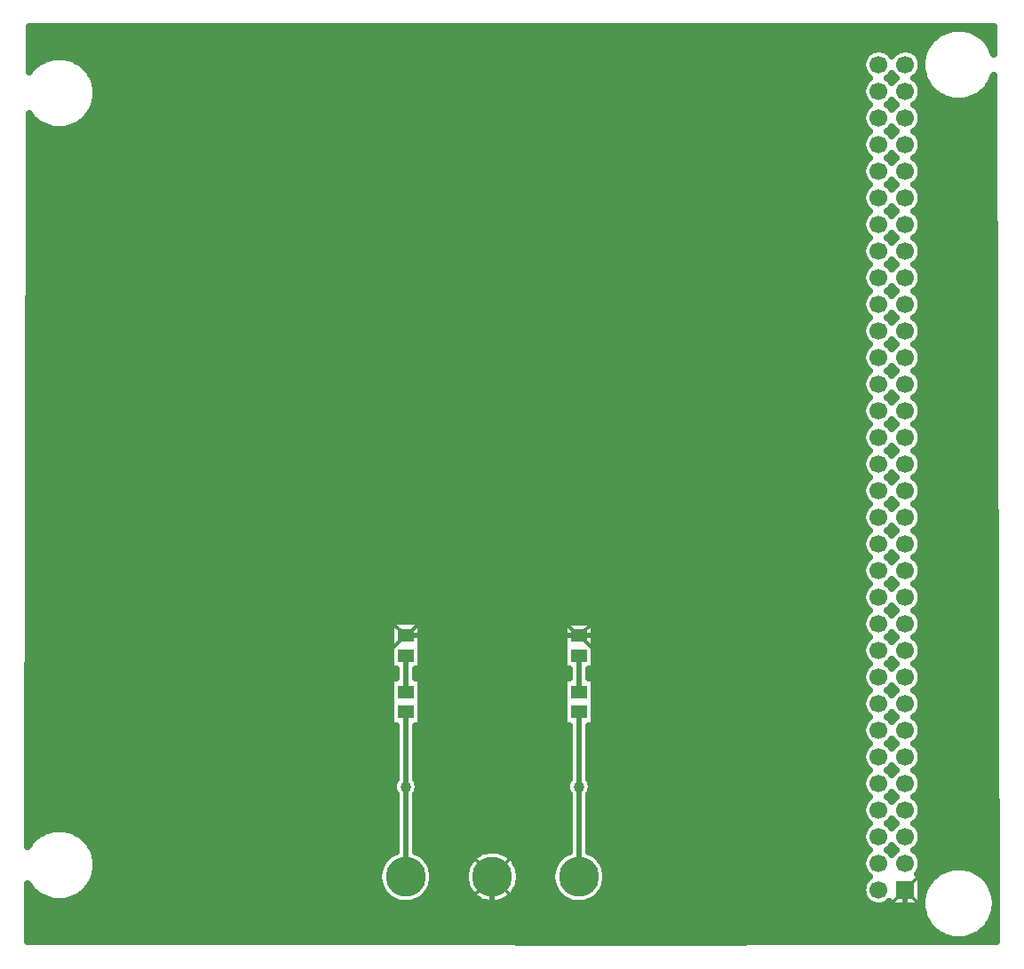
<source format=gbr>
G04 DipTrace 3.3.1.3*
G04 Top.gbr*
%MOIN*%
G04 #@! TF.FileFunction,Copper,L1,Top*
G04 #@! TF.Part,Single*
G04 #@! TA.AperFunction,Conductor*
%ADD12C,0.02*%
G04 #@! TA.AperFunction,CopperBalancing*
%ADD13C,0.025*%
%ADD14C,0.013*%
%ADD15R,0.059055X0.051181*%
G04 #@! TA.AperFunction,ComponentPad*
%ADD16C,0.15*%
%ADD17R,0.066929X0.066929*%
%ADD18C,0.066929*%
G04 #@! TA.AperFunction,ViaPad*
%ADD19C,0.04*%
%FSLAX26Y26*%
G04*
G70*
G90*
G75*
G01*
G04 Top*
%LPD*%
X1895213Y1601258D2*
D12*
X2545016D1*
X2545213Y1601062D1*
X2689160D1*
X3057713Y1232508D1*
Y626259D1*
X3201464Y482508D1*
X3682713D1*
X3770213Y570008D1*
Y645008D1*
X2220213Y695008D2*
Y532508D1*
X2307713Y445008D1*
X3173279D1*
X3206121Y477851D1*
X3201464Y482508D1*
X1895213Y695008D2*
Y1313955D1*
Y1032705D1*
X2545213Y1313955D2*
Y695008D1*
Y1313955D2*
Y1032705D1*
Y1388758D2*
Y1526258D1*
X1895213Y1388758D2*
Y1526455D1*
D19*
Y1032705D3*
X2545213D3*
X485152Y3863888D2*
D13*
X3898372D1*
X4042065D2*
X4099109D1*
X485117Y3839019D2*
X3867189D1*
X4073248D2*
X4099180D1*
X485045Y3814150D2*
X3848709D1*
X4091729D2*
X4099260D1*
X485009Y3789281D2*
X3627267D1*
X3713150D2*
X3727277D1*
X3813160D2*
X3837405D1*
X484973Y3764413D2*
X536562D1*
X653880D2*
X3610976D1*
X484937Y3739544D2*
X498992D1*
X691451D2*
X3607998D1*
X712515Y3714675D2*
X3616000D1*
X3824427D2*
X3833453D1*
X725541Y3689806D2*
X3627842D1*
X3712576D2*
X3727851D1*
X3812585D2*
X3841640D1*
X732825Y3664938D2*
X3611155D1*
X3829272D2*
X3855778D1*
X4084659D2*
X4099826D1*
X735337Y3640069D2*
X3607962D1*
X3832465D2*
X3878672D1*
X4061765D2*
X4099898D1*
X733328Y3615200D2*
X3615677D1*
X3824750D2*
X3921984D1*
X4018453D2*
X4100006D1*
X726545Y3590331D2*
X3628452D1*
X3711966D2*
X3728461D1*
X3811975D2*
X4100077D1*
X714201Y3565462D2*
X3611335D1*
X3829092D2*
X4100185D1*
X484578Y3540594D2*
X496229D1*
X694178D2*
X3607926D1*
X3832501D2*
X4100257D1*
X484507Y3515725D2*
X531036D1*
X659406D2*
X3615390D1*
X3825037D2*
X4100365D1*
X484471Y3490856D2*
X3629062D1*
X3711356D2*
X3729071D1*
X3811365D2*
X4100436D1*
X484435Y3465987D2*
X3611550D1*
X3828877D2*
X4100544D1*
X484399Y3441119D2*
X3607890D1*
X3832537D2*
X4100616D1*
X484327Y3416250D2*
X3615103D1*
X3825324D2*
X4100723D1*
X484291Y3391381D2*
X3629708D1*
X3710746D2*
X3729681D1*
X3810719D2*
X4100795D1*
X484255Y3366512D2*
X3611730D1*
X3828697D2*
X4100903D1*
X484220Y3341644D2*
X3607854D1*
X3832573D2*
X4100975D1*
X484148Y3316775D2*
X3614816D1*
X3825611D2*
X4101082D1*
X484112Y3291906D2*
X3630353D1*
X3710064D2*
X3730363D1*
X3810074D2*
X4101154D1*
X484076Y3267037D2*
X3611945D1*
X3828482D2*
X4101262D1*
X484040Y3242169D2*
X3607818D1*
X3832609D2*
X4101333D1*
X483968Y3217300D2*
X3614529D1*
X3825898D2*
X4101441D1*
X483932Y3192431D2*
X3630999D1*
X3709418D2*
X3731009D1*
X3809428D2*
X4101513D1*
X483897Y3167562D2*
X3612160D1*
X3828267D2*
X4101620D1*
X483861Y3142693D2*
X3607782D1*
X3832645D2*
X4101692D1*
X483789Y3117825D2*
X3614277D1*
X3826150D2*
X4101800D1*
X483753Y3092956D2*
X3631717D1*
X3708737D2*
X3731690D1*
X3808710D2*
X4101872D1*
X483717Y3068087D2*
X3612375D1*
X3828052D2*
X4101979D1*
X483681Y3043218D2*
X3607782D1*
X3832645D2*
X4102051D1*
X483609Y3018350D2*
X3613990D1*
X3826437D2*
X4102159D1*
X483574Y2993481D2*
X3632399D1*
X3708019D2*
X3732408D1*
X3808028D2*
X4102230D1*
X483538Y2968612D2*
X3612591D1*
X3827836D2*
X4102338D1*
X483466Y2943743D2*
X3607746D1*
X3832681D2*
X4102410D1*
X483430Y2918875D2*
X3613739D1*
X3826688D2*
X4102518D1*
X483394Y2894006D2*
X3633152D1*
X3707265D2*
X3733162D1*
X3807275D2*
X4102589D1*
X483358Y2869137D2*
X3612806D1*
X3827621D2*
X4102697D1*
X483287Y2844268D2*
X3607746D1*
X3832681D2*
X4102769D1*
X483251Y2819399D2*
X3613488D1*
X3826939D2*
X4102876D1*
X483215Y2794531D2*
X3633906D1*
X3706512D2*
X3733915D1*
X3806521D2*
X4102948D1*
X483179Y2769662D2*
X3613057D1*
X3827370D2*
X4103056D1*
X483107Y2744793D2*
X3607746D1*
X3832681D2*
X4103128D1*
X483071Y2719924D2*
X3613237D1*
X3827190D2*
X4103235D1*
X483035Y2695056D2*
X3634552D1*
X3705902D2*
X3734525D1*
X3805875D2*
X4103307D1*
X482999Y2670187D2*
X3613308D1*
X3827119D2*
X4103415D1*
X482928Y2645318D2*
X3607746D1*
X3832681D2*
X4103486D1*
X482892Y2620449D2*
X3613021D1*
X3827406D2*
X4103594D1*
X482856Y2595581D2*
X3633762D1*
X3706655D2*
X3733772D1*
X3806665D2*
X4103666D1*
X482820Y2570712D2*
X3613524D1*
X3826903D2*
X4103774D1*
X482748Y2545843D2*
X3607746D1*
X3832681D2*
X4103845D1*
X482712Y2520974D2*
X3612770D1*
X3827657D2*
X4103953D1*
X482676Y2496106D2*
X3633009D1*
X3707409D2*
X3733018D1*
X3807418D2*
X4104025D1*
X482641Y2471237D2*
X3613775D1*
X3826652D2*
X4104132D1*
X482569Y2446368D2*
X3607746D1*
X3832645D2*
X4104204D1*
X482533Y2421499D2*
X3612555D1*
X3827872D2*
X4104312D1*
X482497Y2396630D2*
X3632291D1*
X3708127D2*
X3732300D1*
X3808136D2*
X4104384D1*
X482461Y2371762D2*
X3614062D1*
X3826365D2*
X4104491D1*
X482389Y2346893D2*
X3607782D1*
X3832645D2*
X4104563D1*
X482354Y2322024D2*
X3612340D1*
X3828087D2*
X4104671D1*
X482318Y2297155D2*
X3631574D1*
X3708844D2*
X3731583D1*
X3808853D2*
X4104742D1*
X482282Y2272287D2*
X3614313D1*
X3826114D2*
X4104850D1*
X482210Y2247418D2*
X3607782D1*
X3832645D2*
X4104922D1*
X482174Y2222549D2*
X3612124D1*
X3828303D2*
X4105029D1*
X482138Y2197680D2*
X3630892D1*
X3709526D2*
X3730901D1*
X3809535D2*
X4105101D1*
X482102Y2172812D2*
X3614600D1*
X3825827D2*
X4105209D1*
X482031Y2147943D2*
X3607818D1*
X3832609D2*
X4105281D1*
X481995Y2123074D2*
X3611909D1*
X3828518D2*
X4105388D1*
X481959Y2098205D2*
X3630210D1*
X3710208D2*
X3730219D1*
X3810217D2*
X4105460D1*
X481923Y2073336D2*
X3614851D1*
X3825576D2*
X4105568D1*
X481851Y2048468D2*
X3607854D1*
X3832573D2*
X4105639D1*
X481815Y2023599D2*
X3611694D1*
X3828733D2*
X4105747D1*
X481779Y1998730D2*
X3629564D1*
X3710854D2*
X3729573D1*
X3810863D2*
X4105819D1*
X481743Y1973861D2*
X3615139D1*
X3825288D2*
X4105927D1*
X481672Y1948993D2*
X3607890D1*
X3832537D2*
X4105998D1*
X481636Y1924124D2*
X3611514D1*
X3828913D2*
X4106106D1*
X481600Y1899255D2*
X3628954D1*
X3711464D2*
X3728963D1*
X3811473D2*
X4106178D1*
X481564Y1874386D2*
X3615426D1*
X3825001D2*
X4106285D1*
X481492Y1849518D2*
X3607926D1*
X3832501D2*
X4106357D1*
X481456Y1824649D2*
X3611299D1*
X3829128D2*
X4106465D1*
X481421Y1799780D2*
X3628344D1*
X3712074D2*
X3728353D1*
X3812083D2*
X4106537D1*
X481385Y1774911D2*
X3615749D1*
X3824678D2*
X4106644D1*
X481313Y1750043D2*
X3607962D1*
X3832465D2*
X4106716D1*
X481277Y1725174D2*
X3611120D1*
X3829307D2*
X4106824D1*
X481241Y1700305D2*
X3627734D1*
X3712684D2*
X3727743D1*
X3812693D2*
X4106895D1*
X481205Y1675436D2*
X3616036D1*
X3824391D2*
X4107003D1*
X481133Y1650567D2*
X1836682D1*
X1953749D2*
X2486689D1*
X2603755D2*
X3607998D1*
X3832429D2*
X4107075D1*
X481098Y1625699D2*
X1836682D1*
X1953749D2*
X2486689D1*
X2603755D2*
X3610940D1*
X3829487D2*
X4107183D1*
X481062Y1600830D2*
X1836682D1*
X1953749D2*
X2486689D1*
X2603755D2*
X3627160D1*
X3713258D2*
X3727169D1*
X3813267D2*
X4107254D1*
X481026Y1575961D2*
X1836682D1*
X1953749D2*
X2486689D1*
X2603755D2*
X3616359D1*
X3824068D2*
X4107362D1*
X480954Y1551092D2*
X1836682D1*
X1953749D2*
X2486689D1*
X2603755D2*
X3608069D1*
X3832358D2*
X4107434D1*
X480918Y1526224D2*
X1836682D1*
X1953749D2*
X2486689D1*
X2603755D2*
X3610761D1*
X3829666D2*
X4107541D1*
X480882Y1501355D2*
X1836682D1*
X1953749D2*
X2486689D1*
X2603755D2*
X3626586D1*
X3713832D2*
X3726595D1*
X3813841D2*
X4107613D1*
X480846Y1476486D2*
X1836682D1*
X1953749D2*
X2486689D1*
X2603755D2*
X3616682D1*
X3823745D2*
X4107721D1*
X480775Y1451617D2*
X1856203D1*
X1934228D2*
X2506210D1*
X2584198D2*
X3608105D1*
X3832322D2*
X4107793D1*
X480739Y1426749D2*
X1836682D1*
X1953749D2*
X2486689D1*
X2603755D2*
X3610581D1*
X3829846D2*
X4107900D1*
X480703Y1401880D2*
X1836682D1*
X1953749D2*
X2486689D1*
X2603755D2*
X3626047D1*
X3714370D2*
X3726057D1*
X3814380D2*
X4107972D1*
X480667Y1377011D2*
X1836682D1*
X1953749D2*
X2486689D1*
X2603755D2*
X3617005D1*
X3823422D2*
X4108080D1*
X480595Y1352142D2*
X1836682D1*
X1953749D2*
X2486689D1*
X2603755D2*
X3608177D1*
X3832250D2*
X4108151D1*
X480559Y1327273D2*
X1836682D1*
X1953749D2*
X2486689D1*
X2603755D2*
X3610438D1*
X3829989D2*
X4108259D1*
X480523Y1302405D2*
X1836682D1*
X1953749D2*
X2486689D1*
X2603755D2*
X3625509D1*
X3714909D2*
X3725524D1*
X3814918D2*
X4108331D1*
X480488Y1277536D2*
X1836682D1*
X1953749D2*
X2486689D1*
X2603755D2*
X3617327D1*
X3823100D2*
X4108438D1*
X480416Y1252667D2*
X1856203D1*
X1934228D2*
X2506210D1*
X2584198D2*
X3608249D1*
X3832178D2*
X4108510D1*
X480380Y1227798D2*
X1856203D1*
X1934228D2*
X2506210D1*
X2584198D2*
X3610258D1*
X3830169D2*
X4108618D1*
X480344Y1202930D2*
X1856203D1*
X1934228D2*
X2506210D1*
X2584198D2*
X3625007D1*
X3715447D2*
X3724993D1*
X3815420D2*
X4108690D1*
X480308Y1178061D2*
X1856203D1*
X1934228D2*
X2506210D1*
X2584198D2*
X3617686D1*
X3822741D2*
X4108797D1*
X480236Y1153192D2*
X1856203D1*
X1934228D2*
X2506210D1*
X2584198D2*
X3608321D1*
X3832106D2*
X4108869D1*
X480200Y1128323D2*
X1856203D1*
X1934228D2*
X2506210D1*
X2584198D2*
X3610115D1*
X3830312D2*
X4108977D1*
X480165Y1103455D2*
X1856203D1*
X1934228D2*
X2506210D1*
X2584198D2*
X3624468D1*
X3715949D2*
X3724497D1*
X3815959D2*
X4109048D1*
X480129Y1078586D2*
X1856203D1*
X1934228D2*
X2506210D1*
X2584198D2*
X3618045D1*
X3822382D2*
X4109156D1*
X480057Y1053717D2*
X1851215D1*
X1939180D2*
X2501222D1*
X2589186D2*
X3608392D1*
X3832035D2*
X4109228D1*
X480021Y1028848D2*
X1846371D1*
X1944060D2*
X2496377D1*
X2594066D2*
X3609971D1*
X3830456D2*
X4109336D1*
X479985Y1003980D2*
X1856132D1*
X1934264D2*
X2506138D1*
X2584270D2*
X3623966D1*
X3716452D2*
X3723980D1*
X3816461D2*
X4109407D1*
X479949Y979111D2*
X1856203D1*
X1934228D2*
X2506210D1*
X2584198D2*
X3618404D1*
X3822023D2*
X4109515D1*
X479878Y954242D2*
X1856203D1*
X1934228D2*
X2506210D1*
X2584198D2*
X3608464D1*
X3831963D2*
X4109587D1*
X479842Y929373D2*
X1856203D1*
X1934228D2*
X2506210D1*
X2584198D2*
X3609828D1*
X3830599D2*
X4109694D1*
X479806Y904504D2*
X1856203D1*
X1934228D2*
X2506210D1*
X2584198D2*
X3623500D1*
X3816927D2*
X4109766D1*
X479770Y879636D2*
X1856203D1*
X1934228D2*
X2506210D1*
X2584198D2*
X3618763D1*
X3821664D2*
X4109874D1*
X479698Y854767D2*
X518656D1*
X671786D2*
X1856203D1*
X1934228D2*
X2506210D1*
X2584198D2*
X3608536D1*
X3831891D2*
X4109946D1*
X479662Y829898D2*
X489608D1*
X700852D2*
X1856203D1*
X1934228D2*
X2506210D1*
X2584198D2*
X3609684D1*
X3830743D2*
X4110053D1*
X718328Y805029D2*
X1856203D1*
X1934228D2*
X2506210D1*
X2584198D2*
X3623033D1*
X3817394D2*
X4110125D1*
X728986Y780161D2*
X1837472D1*
X1952959D2*
X2162475D1*
X2277962D2*
X2487478D1*
X2602965D2*
X3619122D1*
X3821305D2*
X4110233D1*
X734332Y755292D2*
X1811061D1*
X1979370D2*
X2136064D1*
X2304373D2*
X2461067D1*
X2629376D2*
X3608644D1*
X3831783D2*
X4110304D1*
X735086Y730423D2*
X1797605D1*
X1992827D2*
X2122608D1*
X2317830D2*
X2447575D1*
X2642833D2*
X3609541D1*
X3830886D2*
X3943120D1*
X3997317D2*
X4110412D1*
X731282Y705554D2*
X1791755D1*
X1998676D2*
X2116758D1*
X2323679D2*
X2441762D1*
X2648646D2*
X3622567D1*
X3817860D2*
X3885741D1*
X4054696D2*
X4110484D1*
X722490Y680686D2*
X1792222D1*
X1998209D2*
X2117225D1*
X2323212D2*
X2442228D1*
X2648215D2*
X3619516D1*
X3832681D2*
X3860012D1*
X4080425D2*
X4110592D1*
X707527Y655817D2*
X1799076D1*
X1991355D2*
X2124079D1*
X2316358D2*
X2449082D1*
X2641326D2*
X3608715D1*
X3832681D2*
X3844214D1*
X4096178D2*
X4110663D1*
X479303Y630948D2*
X507173D1*
X683269D2*
X1813968D1*
X1976428D2*
X2138971D1*
X2301431D2*
X2463974D1*
X2626434D2*
X3609433D1*
X479267Y606079D2*
X556119D1*
X634287D2*
X1843787D1*
X1946644D2*
X2168791D1*
X2271647D2*
X2493794D1*
X2596650D2*
X3622100D1*
X479232Y581210D2*
X3830767D1*
X479160Y556342D2*
X3835611D1*
X479124Y531473D2*
X3845623D1*
X4094815D2*
X4111130D1*
X479088Y506604D2*
X3862237D1*
X4078200D2*
X4111202D1*
X479052Y481735D2*
X3889545D1*
X4050892D2*
X4111309D1*
X478980Y456867D2*
X4111381D1*
X2601241Y1548960D2*
Y1474168D1*
X2581684D1*
X2581713Y1440818D1*
X2601241Y1440849D1*
Y1261865D1*
X2581684D1*
X2581713Y1061510D1*
X2584861Y1057001D1*
X2588174Y1050500D1*
X2590428Y1043560D1*
X2591570Y1036354D1*
Y1029057D1*
X2590428Y1021850D1*
X2588174Y1014910D1*
X2584861Y1008409D1*
X2581711Y1003951D1*
X2581713Y789723D1*
X2591293Y785446D1*
X2598247Y781551D1*
X2604873Y777124D1*
X2611132Y772190D1*
X2616984Y766780D1*
X2622394Y760927D1*
X2627328Y754669D1*
X2631756Y748042D1*
X2635650Y741088D1*
X2638987Y733851D1*
X2641745Y726374D1*
X2643909Y718703D1*
X2645463Y710886D1*
X2646400Y702972D1*
X2646713Y695008D1*
X2646400Y687045D1*
X2645463Y679130D1*
X2643909Y671314D1*
X2641745Y663643D1*
X2638987Y656166D1*
X2635650Y648928D1*
X2631756Y641975D1*
X2627328Y635348D1*
X2622394Y629089D1*
X2616984Y623237D1*
X2611132Y617827D1*
X2604873Y612893D1*
X2598247Y608465D1*
X2591293Y604571D1*
X2584055Y601235D1*
X2576578Y598476D1*
X2568908Y596313D1*
X2561091Y594758D1*
X2553177Y593821D1*
X2545213Y593508D1*
X2537250Y593821D1*
X2529335Y594758D1*
X2521518Y596313D1*
X2513848Y598476D1*
X2506371Y601235D1*
X2499133Y604571D1*
X2492180Y608465D1*
X2485553Y612893D1*
X2479294Y617827D1*
X2473442Y623237D1*
X2468032Y629089D1*
X2463098Y635348D1*
X2458670Y641975D1*
X2454776Y648928D1*
X2451439Y656166D1*
X2448681Y663643D1*
X2446518Y671314D1*
X2444963Y679130D1*
X2444026Y687045D1*
X2443713Y695008D1*
X2444026Y702972D1*
X2444963Y710886D1*
X2446518Y718703D1*
X2448681Y726374D1*
X2451439Y733851D1*
X2454776Y741088D1*
X2458670Y748042D1*
X2463098Y754669D1*
X2468032Y760927D1*
X2473442Y766780D1*
X2479294Y772190D1*
X2485553Y777124D1*
X2492180Y781551D1*
X2499133Y785446D1*
X2508737Y789655D1*
X2508713Y1003864D1*
X2505565Y1008409D1*
X2502253Y1014910D1*
X2499998Y1021850D1*
X2498856Y1029057D1*
Y1036354D1*
X2499998Y1043560D1*
X2502253Y1050500D1*
X2505565Y1057001D1*
X2508715Y1061460D1*
X2508713Y1261898D1*
X2489186Y1261865D1*
Y1440849D1*
X2508743D1*
X2508713Y1474199D1*
X2489186Y1474168D1*
Y1653152D1*
X2601241D1*
X2601234Y1548971D1*
X1841023Y1653349D2*
X1951241D1*
Y1474365D1*
X1931684D1*
X1931713Y1440871D1*
X1951241Y1440849D1*
Y1261865D1*
X1931684D1*
X1931713Y1061510D1*
X1934861Y1057001D1*
X1938174Y1050500D1*
X1940428Y1043560D1*
X1941570Y1036354D1*
Y1029057D1*
X1940428Y1021850D1*
X1938174Y1014910D1*
X1934861Y1008409D1*
X1931711Y1003951D1*
X1931713Y789723D1*
X1941293Y785446D1*
X1948247Y781551D1*
X1954873Y777124D1*
X1961132Y772190D1*
X1966984Y766780D1*
X1972394Y760927D1*
X1977328Y754669D1*
X1981756Y748042D1*
X1985650Y741088D1*
X1988987Y733851D1*
X1991745Y726374D1*
X1993909Y718703D1*
X1995463Y710886D1*
X1996400Y702972D1*
X1996713Y695008D1*
X1996400Y687045D1*
X1995463Y679130D1*
X1993909Y671314D1*
X1991745Y663643D1*
X1988987Y656166D1*
X1985650Y648928D1*
X1981756Y641975D1*
X1977328Y635348D1*
X1972394Y629089D1*
X1966984Y623237D1*
X1961132Y617827D1*
X1954873Y612893D1*
X1948247Y608465D1*
X1941293Y604571D1*
X1934055Y601235D1*
X1926578Y598476D1*
X1918908Y596313D1*
X1911091Y594758D1*
X1903177Y593821D1*
X1895213Y593508D1*
X1887250Y593821D1*
X1879335Y594758D1*
X1871518Y596313D1*
X1863848Y598476D1*
X1856371Y601235D1*
X1849133Y604571D1*
X1842180Y608465D1*
X1835553Y612893D1*
X1829294Y617827D1*
X1823442Y623237D1*
X1818032Y629089D1*
X1813098Y635348D1*
X1808670Y641975D1*
X1804776Y648928D1*
X1801439Y656166D1*
X1798681Y663643D1*
X1796518Y671314D1*
X1794963Y679130D1*
X1794026Y687045D1*
X1793713Y695008D1*
X1794026Y702972D1*
X1794963Y710886D1*
X1796518Y718703D1*
X1798681Y726374D1*
X1801439Y733851D1*
X1804776Y741088D1*
X1808670Y748042D1*
X1813098Y754669D1*
X1818032Y760927D1*
X1823442Y766780D1*
X1829294Y772190D1*
X1835553Y777124D1*
X1842180Y781551D1*
X1849133Y785446D1*
X1858737Y789655D1*
X1858713Y1003864D1*
X1855565Y1008409D1*
X1852253Y1014910D1*
X1849998Y1021850D1*
X1848856Y1029057D1*
Y1036354D1*
X1849998Y1043560D1*
X1852253Y1050500D1*
X1855565Y1057001D1*
X1858715Y1061460D1*
X1858713Y1261898D1*
X1839186Y1261865D1*
Y1440849D1*
X1858743D1*
X1858713Y1474342D1*
X1839186Y1474365D1*
Y1653349D1*
X1841023D1*
X732538Y3629578D2*
X731620Y3620440D1*
X730094Y3611382D1*
X727968Y3602447D1*
X725251Y3593674D1*
X721954Y3585101D1*
X718093Y3576767D1*
X713685Y3568710D1*
X708749Y3560964D1*
X703308Y3553565D1*
X697385Y3546545D1*
X691008Y3539936D1*
X684203Y3533767D1*
X677002Y3528065D1*
X669438Y3522857D1*
X661542Y3518164D1*
X653351Y3514009D1*
X644901Y3510409D1*
X636230Y3507381D1*
X627377Y3504937D1*
X618380Y3503090D1*
X609279Y3501847D1*
X600117Y3501214D1*
X590932Y3501193D1*
X581766Y3501785D1*
X572661Y3502987D1*
X563656Y3504793D1*
X554791Y3507196D1*
X546106Y3510185D1*
X537640Y3513747D1*
X529431Y3517865D1*
X521514Y3522522D1*
X513925Y3527696D1*
X506699Y3533365D1*
X499867Y3539503D1*
X493459Y3546084D1*
X487505Y3553077D1*
X482094Y3560365D1*
X477132Y809493D1*
X481326Y816038D1*
X486734Y823462D1*
X492625Y830509D1*
X498973Y837147D1*
X505749Y843346D1*
X512924Y849081D1*
X520465Y854323D1*
X528339Y859051D1*
X536511Y863244D1*
X544945Y866882D1*
X553602Y869949D1*
X562445Y872432D1*
X571433Y874320D1*
X580527Y875605D1*
X589687Y876279D1*
X598872Y876342D1*
X608040Y875791D1*
X617151Y874631D1*
X626164Y872865D1*
X635040Y870502D1*
X643738Y867552D1*
X652220Y864029D1*
X660448Y859948D1*
X668386Y855327D1*
X675997Y850187D1*
X683249Y844551D1*
X690109Y838444D1*
X696547Y831893D1*
X702533Y824927D1*
X708041Y817577D1*
X713047Y809876D1*
X717527Y801859D1*
X721464Y793560D1*
X724838Y785018D1*
X727634Y776269D1*
X729841Y767354D1*
X731449Y758311D1*
X732449Y749181D1*
X732844Y738759D1*
X732538Y729580D1*
X731620Y720441D1*
X730094Y711384D1*
X727968Y702449D1*
X725251Y693675D1*
X721954Y685102D1*
X718093Y676769D1*
X713685Y668711D1*
X708749Y660965D1*
X703308Y653566D1*
X697385Y646546D1*
X691008Y639937D1*
X684203Y633768D1*
X677002Y628066D1*
X669438Y622858D1*
X661542Y618165D1*
X653351Y614010D1*
X644901Y610410D1*
X636230Y607382D1*
X627377Y604939D1*
X618380Y603092D1*
X609279Y601849D1*
X600117Y601215D1*
X590932Y601194D1*
X581766Y601786D1*
X572661Y602988D1*
X563656Y604795D1*
X554791Y607198D1*
X546106Y610187D1*
X537640Y613748D1*
X529431Y617866D1*
X521514Y622523D1*
X513925Y627697D1*
X506699Y633366D1*
X499867Y639505D1*
X493459Y646085D1*
X487505Y653078D1*
X482030Y660452D1*
X476868Y668521D1*
X476485Y451226D1*
X4113922Y451259D1*
X4102167Y3705912D1*
X4096954Y3691352D1*
X4093093Y3683018D1*
X4088685Y3674960D1*
X4083749Y3667215D1*
X4078308Y3659815D1*
X4072385Y3652796D1*
X4066008Y3646186D1*
X4059203Y3640017D1*
X4052002Y3634316D1*
X4044438Y3629107D1*
X4036542Y3624415D1*
X4028351Y3620259D1*
X4019901Y3616660D1*
X4011230Y3613631D1*
X4002377Y3611188D1*
X3993380Y3609341D1*
X3984279Y3608098D1*
X3975117Y3607465D1*
X3965932Y3607444D1*
X3956766Y3608036D1*
X3947661Y3609237D1*
X3938656Y3611044D1*
X3929791Y3613447D1*
X3921106Y3616436D1*
X3912640Y3619998D1*
X3904431Y3624116D1*
X3896514Y3628773D1*
X3888925Y3633947D1*
X3881699Y3639616D1*
X3874867Y3645754D1*
X3868459Y3652334D1*
X3862505Y3659327D1*
X3857030Y3666702D1*
X3852059Y3674425D1*
X3847615Y3682463D1*
X3843716Y3690779D1*
X3840381Y3699337D1*
X3837624Y3708098D1*
X3835457Y3717023D1*
X3833891Y3726073D1*
X3832931Y3735208D1*
X3832583Y3744386D1*
X3832848Y3753566D1*
X3833725Y3762709D1*
X3835209Y3771773D1*
X3837295Y3780718D1*
X3839973Y3789503D1*
X3843230Y3798091D1*
X3847054Y3806442D1*
X3851425Y3814520D1*
X3856326Y3822288D1*
X3861734Y3829711D1*
X3867625Y3836758D1*
X3873973Y3843396D1*
X3880749Y3849596D1*
X3887924Y3855330D1*
X3895465Y3860573D1*
X3903339Y3865301D1*
X3911511Y3869493D1*
X3919945Y3873131D1*
X3928602Y3876199D1*
X3937445Y3878682D1*
X3946433Y3880570D1*
X3955527Y3881854D1*
X3964687Y3882529D1*
X3973872Y3882591D1*
X3983040Y3882041D1*
X3992151Y3880880D1*
X4001164Y3879114D1*
X4010040Y3876751D1*
X4018738Y3873802D1*
X4027220Y3870278D1*
X4035448Y3866197D1*
X4043386Y3861577D1*
X4050997Y3856437D1*
X4058249Y3850801D1*
X4065109Y3844693D1*
X4071547Y3838142D1*
X4077533Y3831176D1*
X4083041Y3823826D1*
X4088047Y3816126D1*
X4092527Y3808108D1*
X4096464Y3799810D1*
X4099838Y3791267D1*
X4101880Y3784877D1*
X4101507Y3888777D1*
X482662Y3888756D1*
X482380Y3717543D1*
X486734Y3723461D1*
X492625Y3730507D1*
X498973Y3737145D1*
X505749Y3743345D1*
X512924Y3749079D1*
X520465Y3754322D1*
X528339Y3759050D1*
X536511Y3763242D1*
X544945Y3766880D1*
X553602Y3769948D1*
X562445Y3772431D1*
X571433Y3774319D1*
X580527Y3775603D1*
X589687Y3776278D1*
X598872Y3776340D1*
X608040Y3775790D1*
X617151Y3774629D1*
X626164Y3772864D1*
X635040Y3770501D1*
X643738Y3767551D1*
X652220Y3764028D1*
X660448Y3759947D1*
X668386Y3755326D1*
X675997Y3750186D1*
X683249Y3744550D1*
X690109Y3738443D1*
X696547Y3731891D1*
X702533Y3724925D1*
X708041Y3717576D1*
X713047Y3709875D1*
X717527Y3701857D1*
X721464Y3693559D1*
X724838Y3685017D1*
X727634Y3676268D1*
X729841Y3667352D1*
X731449Y3658310D1*
X732449Y3649180D1*
X732844Y3638758D1*
X732538Y3629578D1*
X4107538Y585829D2*
X4106620Y576690D1*
X4105094Y567633D1*
X4102968Y558698D1*
X4100251Y549925D1*
X4096954Y541352D1*
X4093093Y533018D1*
X4088685Y524960D1*
X4083749Y517215D1*
X4078308Y509815D1*
X4072385Y502796D1*
X4066008Y496186D1*
X4059203Y490017D1*
X4052002Y484316D1*
X4044438Y479107D1*
X4036542Y474415D1*
X4028351Y470259D1*
X4019901Y466660D1*
X4011230Y463631D1*
X4002377Y461188D1*
X3993380Y459341D1*
X3984279Y458098D1*
X3975117Y457465D1*
X3965932Y457444D1*
X3956766Y458036D1*
X3947661Y459237D1*
X3938656Y461044D1*
X3929791Y463447D1*
X3921106Y466436D1*
X3912640Y469998D1*
X3904431Y474116D1*
X3896514Y478773D1*
X3888925Y483947D1*
X3881699Y489616D1*
X3874867Y495754D1*
X3868459Y502334D1*
X3862505Y509327D1*
X3857030Y516702D1*
X3852059Y524425D1*
X3847615Y532463D1*
X3843716Y540779D1*
X3840381Y549337D1*
X3837624Y558098D1*
X3835457Y567023D1*
X3833891Y576073D1*
X3832931Y585208D1*
X3832583Y594386D1*
X3832848Y603566D1*
X3833725Y612709D1*
X3835209Y621773D1*
X3837295Y630718D1*
X3839973Y639503D1*
X3843230Y648091D1*
X3847054Y656442D1*
X3851425Y664520D1*
X3856326Y672288D1*
X3861734Y679711D1*
X3867625Y686758D1*
X3873973Y693396D1*
X3880749Y699596D1*
X3887924Y705330D1*
X3895465Y710573D1*
X3903339Y715301D1*
X3911511Y719493D1*
X3919945Y723131D1*
X3928602Y726199D1*
X3937445Y728682D1*
X3946433Y730570D1*
X3955527Y731854D1*
X3964687Y732529D1*
X3973872Y732591D1*
X3983040Y732041D1*
X3992151Y730880D1*
X4001164Y729114D1*
X4010040Y726751D1*
X4018738Y723802D1*
X4027220Y720278D1*
X4035448Y716197D1*
X4043386Y711577D1*
X4050997Y706437D1*
X4058249Y700801D1*
X4065109Y694693D1*
X4071547Y688142D1*
X4077533Y681176D1*
X4083041Y673826D1*
X4088047Y666126D1*
X4092527Y658108D1*
X4096464Y649810D1*
X4099838Y641267D1*
X4102634Y632519D1*
X4104841Y623603D1*
X4106449Y614560D1*
X4107449Y605430D1*
X4107844Y595008D1*
X4107538Y585829D1*
X2321696Y693171D2*
X2321115Y684006D1*
X2319708Y674932D1*
X2317486Y666021D1*
X2314468Y657348D1*
X2310678Y648983D1*
X2306148Y640995D1*
X2300915Y633449D1*
X2295020Y626407D1*
X2288514Y619927D1*
X2281448Y614061D1*
X2273881Y608858D1*
X2265875Y604360D1*
X2257495Y600604D1*
X2248810Y597620D1*
X2239891Y595434D1*
X2230811Y594063D1*
X2221644Y593518D1*
X2212465Y593805D1*
X2203350Y594919D1*
X2194372Y596853D1*
X2185606Y599590D1*
X2177124Y603109D1*
X2168994Y607379D1*
X2161284Y612367D1*
X2154056Y618032D1*
X2147369Y624326D1*
X2141279Y631199D1*
X2135835Y638595D1*
X2131081Y646452D1*
X2127057Y654707D1*
X2123796Y663291D1*
X2121324Y672135D1*
X2119661Y681167D1*
X2118822Y690312D1*
X2118812Y699495D1*
X2119633Y708641D1*
X2121277Y717676D1*
X2123730Y726526D1*
X2126974Y735117D1*
X2130981Y743380D1*
X2135718Y751247D1*
X2141147Y758654D1*
X2147223Y765539D1*
X2153896Y771848D1*
X2161112Y777527D1*
X2168813Y782531D1*
X2176934Y786819D1*
X2185409Y790355D1*
X2194169Y793110D1*
X2203142Y795063D1*
X2212255Y796196D1*
X2221433Y796501D1*
X2230601Y795975D1*
X2239684Y794623D1*
X2248608Y792456D1*
X2257299Y789490D1*
X2265687Y785752D1*
X2273703Y781270D1*
X2281280Y776083D1*
X2288358Y770231D1*
X2294878Y763765D1*
X2300787Y756735D1*
X2306036Y749200D1*
X2310583Y741221D1*
X2314390Y732864D1*
X2317426Y724197D1*
X2319666Y715291D1*
X2321092Y706220D1*
X2321692Y697056D1*
X2321696Y693171D1*
X3814851Y704973D2*
X3830178D1*
Y585044D1*
X3710249D1*
Y600366D1*
X3705459Y596496D1*
X3697436Y591580D1*
X3688743Y587979D1*
X3679594Y585782D1*
X3670213Y585044D1*
X3660833Y585782D1*
X3651683Y587979D1*
X3642990Y591580D1*
X3634967Y596496D1*
X3627812Y602607D1*
X3621701Y609762D1*
X3616784Y617785D1*
X3613183Y626478D1*
X3610987Y635628D1*
X3610249Y645008D1*
X3610987Y654389D1*
X3613183Y663538D1*
X3616784Y672232D1*
X3621701Y680255D1*
X3627812Y687410D1*
X3634967Y693521D1*
X3637154Y694982D1*
X3631269Y699411D1*
X3624616Y706065D1*
X3619085Y713677D1*
X3614813Y722061D1*
X3611905Y731010D1*
X3610433Y740304D1*
Y749713D1*
X3611905Y759007D1*
X3614813Y767956D1*
X3619085Y776340D1*
X3624616Y783952D1*
X3631269Y790606D1*
X3637154Y794982D1*
X3631269Y799411D1*
X3624616Y806065D1*
X3619085Y813677D1*
X3614813Y822061D1*
X3611905Y831010D1*
X3610433Y840304D1*
Y849713D1*
X3611905Y859007D1*
X3614813Y867956D1*
X3619085Y876340D1*
X3624616Y883952D1*
X3631269Y890606D1*
X3637154Y894982D1*
X3631269Y899411D1*
X3624616Y906065D1*
X3619085Y913677D1*
X3614813Y922061D1*
X3611905Y931010D1*
X3610433Y940304D1*
Y949713D1*
X3611905Y959007D1*
X3614813Y967956D1*
X3619085Y976340D1*
X3624616Y983952D1*
X3631269Y990606D1*
X3637154Y994982D1*
X3631269Y999411D1*
X3624616Y1006065D1*
X3619085Y1013677D1*
X3614813Y1022061D1*
X3611905Y1031010D1*
X3610433Y1040304D1*
Y1049713D1*
X3611905Y1059007D1*
X3614813Y1067956D1*
X3619085Y1076340D1*
X3624616Y1083952D1*
X3631269Y1090606D1*
X3637154Y1094982D1*
X3631269Y1099411D1*
X3624616Y1106065D1*
X3619085Y1113677D1*
X3614813Y1122061D1*
X3611905Y1131010D1*
X3610433Y1140304D1*
Y1149713D1*
X3611905Y1159007D1*
X3614813Y1167956D1*
X3619085Y1176340D1*
X3624616Y1183952D1*
X3631269Y1190606D1*
X3637154Y1194982D1*
X3631269Y1199411D1*
X3624616Y1206065D1*
X3619085Y1213677D1*
X3614813Y1222061D1*
X3611905Y1231010D1*
X3610433Y1240304D1*
Y1249713D1*
X3611905Y1259007D1*
X3614813Y1267956D1*
X3619085Y1276340D1*
X3624616Y1283952D1*
X3631269Y1290606D1*
X3637154Y1294982D1*
X3631269Y1299411D1*
X3624616Y1306065D1*
X3619085Y1313677D1*
X3614813Y1322061D1*
X3611905Y1331010D1*
X3610433Y1340304D1*
Y1349713D1*
X3611905Y1359007D1*
X3614813Y1367956D1*
X3619085Y1376340D1*
X3624616Y1383952D1*
X3631269Y1390606D1*
X3637154Y1394982D1*
X3631269Y1399411D1*
X3624616Y1406065D1*
X3619085Y1413677D1*
X3614813Y1422061D1*
X3611905Y1431010D1*
X3610433Y1440304D1*
Y1449713D1*
X3611905Y1459007D1*
X3614813Y1467956D1*
X3619085Y1476340D1*
X3624616Y1483952D1*
X3631269Y1490606D1*
X3637154Y1494982D1*
X3631269Y1499411D1*
X3624616Y1506065D1*
X3619085Y1513677D1*
X3614813Y1522061D1*
X3611905Y1531010D1*
X3610433Y1540304D1*
Y1549713D1*
X3611905Y1559007D1*
X3614813Y1567956D1*
X3619085Y1576340D1*
X3624616Y1583952D1*
X3631269Y1590606D1*
X3637154Y1594982D1*
X3631269Y1599411D1*
X3624616Y1606065D1*
X3619085Y1613677D1*
X3614813Y1622061D1*
X3611905Y1631010D1*
X3610433Y1640304D1*
Y1649713D1*
X3611905Y1659007D1*
X3614813Y1667956D1*
X3619085Y1676340D1*
X3624616Y1683952D1*
X3631269Y1690606D1*
X3637154Y1694982D1*
X3631269Y1699411D1*
X3624616Y1706065D1*
X3619085Y1713677D1*
X3614813Y1722061D1*
X3611905Y1731010D1*
X3610433Y1740304D1*
Y1749713D1*
X3611905Y1759007D1*
X3614813Y1767956D1*
X3619085Y1776340D1*
X3624616Y1783952D1*
X3631269Y1790606D1*
X3637154Y1794982D1*
X3631269Y1799411D1*
X3624616Y1806065D1*
X3619085Y1813677D1*
X3614813Y1822061D1*
X3611905Y1831010D1*
X3610433Y1840304D1*
Y1849713D1*
X3611905Y1859007D1*
X3614813Y1867956D1*
X3619085Y1876340D1*
X3624616Y1883952D1*
X3631269Y1890606D1*
X3637154Y1894982D1*
X3631269Y1899411D1*
X3624616Y1906065D1*
X3619085Y1913677D1*
X3614813Y1922061D1*
X3611905Y1931010D1*
X3610433Y1940304D1*
Y1949713D1*
X3611905Y1959007D1*
X3614813Y1967956D1*
X3619085Y1976340D1*
X3624616Y1983952D1*
X3631269Y1990606D1*
X3637154Y1994982D1*
X3631269Y1999411D1*
X3624616Y2006065D1*
X3619085Y2013677D1*
X3614813Y2022061D1*
X3611905Y2031010D1*
X3610433Y2040304D1*
Y2049713D1*
X3611905Y2059007D1*
X3614813Y2067956D1*
X3619085Y2076340D1*
X3624616Y2083952D1*
X3631269Y2090606D1*
X3637154Y2094982D1*
X3631269Y2099411D1*
X3624616Y2106065D1*
X3619085Y2113677D1*
X3614813Y2122061D1*
X3611905Y2131010D1*
X3610433Y2140304D1*
Y2149713D1*
X3611905Y2159007D1*
X3614813Y2167956D1*
X3619085Y2176340D1*
X3624616Y2183952D1*
X3631269Y2190606D1*
X3637154Y2194982D1*
X3631269Y2199411D1*
X3624616Y2206065D1*
X3619085Y2213677D1*
X3614813Y2222061D1*
X3611905Y2231010D1*
X3610433Y2240304D1*
Y2249713D1*
X3611905Y2259007D1*
X3614813Y2267956D1*
X3619085Y2276340D1*
X3624616Y2283952D1*
X3631269Y2290606D1*
X3637154Y2294982D1*
X3631269Y2299411D1*
X3624616Y2306065D1*
X3619085Y2313677D1*
X3614813Y2322061D1*
X3611905Y2331010D1*
X3610433Y2340304D1*
Y2349713D1*
X3611905Y2359007D1*
X3614813Y2367956D1*
X3619085Y2376340D1*
X3624616Y2383952D1*
X3631269Y2390606D1*
X3637154Y2394982D1*
X3631269Y2399411D1*
X3624616Y2406065D1*
X3619085Y2413677D1*
X3614813Y2422061D1*
X3611905Y2431010D1*
X3610433Y2440304D1*
Y2449713D1*
X3611905Y2459007D1*
X3614813Y2467956D1*
X3619085Y2476340D1*
X3624616Y2483952D1*
X3631269Y2490606D1*
X3637154Y2494982D1*
X3631269Y2499411D1*
X3624616Y2506065D1*
X3619085Y2513677D1*
X3614813Y2522061D1*
X3611905Y2531010D1*
X3610433Y2540304D1*
Y2549713D1*
X3611905Y2559007D1*
X3614813Y2567956D1*
X3619085Y2576340D1*
X3624616Y2583952D1*
X3631269Y2590606D1*
X3637154Y2594982D1*
X3631269Y2599411D1*
X3624616Y2606065D1*
X3619085Y2613677D1*
X3614813Y2622061D1*
X3611905Y2631010D1*
X3610433Y2640304D1*
Y2649713D1*
X3611905Y2659007D1*
X3614813Y2667956D1*
X3619085Y2676340D1*
X3624616Y2683952D1*
X3631269Y2690606D1*
X3637154Y2694982D1*
X3631269Y2699411D1*
X3624616Y2706065D1*
X3619085Y2713677D1*
X3614813Y2722061D1*
X3611905Y2731010D1*
X3610433Y2740304D1*
Y2749713D1*
X3611905Y2759007D1*
X3614813Y2767956D1*
X3619085Y2776340D1*
X3624616Y2783952D1*
X3631269Y2790606D1*
X3637154Y2794982D1*
X3631269Y2799411D1*
X3624616Y2806065D1*
X3619085Y2813677D1*
X3614813Y2822061D1*
X3611905Y2831010D1*
X3610433Y2840304D1*
Y2849713D1*
X3611905Y2859007D1*
X3614813Y2867956D1*
X3619085Y2876340D1*
X3624616Y2883952D1*
X3631269Y2890606D1*
X3637154Y2894982D1*
X3631269Y2899411D1*
X3624616Y2906065D1*
X3619085Y2913677D1*
X3614813Y2922061D1*
X3611905Y2931010D1*
X3610433Y2940304D1*
Y2949713D1*
X3611905Y2959007D1*
X3614813Y2967956D1*
X3619085Y2976340D1*
X3624616Y2983952D1*
X3631269Y2990606D1*
X3637154Y2994982D1*
X3631269Y2999411D1*
X3624616Y3006065D1*
X3619085Y3013677D1*
X3614813Y3022061D1*
X3611905Y3031010D1*
X3610433Y3040304D1*
Y3049713D1*
X3611905Y3059007D1*
X3614813Y3067956D1*
X3619085Y3076340D1*
X3624616Y3083952D1*
X3631269Y3090606D1*
X3637154Y3094982D1*
X3631269Y3099411D1*
X3624616Y3106065D1*
X3619085Y3113677D1*
X3614813Y3122061D1*
X3611905Y3131010D1*
X3610433Y3140304D1*
Y3149713D1*
X3611905Y3159007D1*
X3614813Y3167956D1*
X3619085Y3176340D1*
X3624616Y3183952D1*
X3631269Y3190606D1*
X3637154Y3194982D1*
X3631269Y3199411D1*
X3624616Y3206065D1*
X3619085Y3213677D1*
X3614813Y3222061D1*
X3611905Y3231010D1*
X3610433Y3240304D1*
Y3249713D1*
X3611905Y3259007D1*
X3614813Y3267956D1*
X3619085Y3276340D1*
X3624616Y3283952D1*
X3631269Y3290606D1*
X3637154Y3294982D1*
X3631269Y3299411D1*
X3624616Y3306065D1*
X3619085Y3313677D1*
X3614813Y3322061D1*
X3611905Y3331010D1*
X3610433Y3340304D1*
Y3349713D1*
X3611905Y3359007D1*
X3614813Y3367956D1*
X3619085Y3376340D1*
X3624616Y3383952D1*
X3631269Y3390606D1*
X3637154Y3394982D1*
X3631269Y3399411D1*
X3624616Y3406065D1*
X3619085Y3413677D1*
X3614813Y3422061D1*
X3611905Y3431010D1*
X3610433Y3440304D1*
Y3449713D1*
X3611905Y3459007D1*
X3614813Y3467956D1*
X3619085Y3476340D1*
X3624616Y3483952D1*
X3631269Y3490606D1*
X3637154Y3494982D1*
X3631269Y3499411D1*
X3624616Y3506065D1*
X3619085Y3513677D1*
X3614813Y3522061D1*
X3611905Y3531010D1*
X3610433Y3540304D1*
Y3549713D1*
X3611905Y3559007D1*
X3614813Y3567956D1*
X3619085Y3576340D1*
X3624616Y3583952D1*
X3631269Y3590606D1*
X3637154Y3594982D1*
X3631269Y3599411D1*
X3624616Y3606065D1*
X3619085Y3613677D1*
X3614813Y3622061D1*
X3611905Y3631010D1*
X3610433Y3640304D1*
Y3649713D1*
X3611905Y3659007D1*
X3614813Y3667956D1*
X3619085Y3676340D1*
X3624616Y3683952D1*
X3631269Y3690606D1*
X3637154Y3694982D1*
X3631269Y3699411D1*
X3624616Y3706065D1*
X3619085Y3713677D1*
X3614813Y3722061D1*
X3611905Y3731010D1*
X3610433Y3740304D1*
Y3749713D1*
X3611905Y3759007D1*
X3614813Y3767956D1*
X3619085Y3776340D1*
X3624616Y3783952D1*
X3631269Y3790606D1*
X3638882Y3796137D1*
X3647266Y3800408D1*
X3656215Y3803316D1*
X3665508Y3804788D1*
X3674918D1*
X3684212Y3803316D1*
X3693161Y3800408D1*
X3701545Y3796137D1*
X3709157Y3790606D1*
X3715811Y3783952D1*
X3720187Y3778068D1*
X3724616Y3783952D1*
X3731269Y3790606D1*
X3738882Y3796137D1*
X3747266Y3800408D1*
X3756215Y3803316D1*
X3765508Y3804788D1*
X3774918D1*
X3784212Y3803316D1*
X3793161Y3800408D1*
X3801545Y3796137D1*
X3809157Y3790606D1*
X3815811Y3783952D1*
X3821341Y3776340D1*
X3825613Y3767956D1*
X3828521Y3759007D1*
X3829993Y3749713D1*
Y3740304D1*
X3828521Y3731010D1*
X3825613Y3722061D1*
X3821341Y3713677D1*
X3815811Y3706065D1*
X3809157Y3699411D1*
X3803273Y3695035D1*
X3809157Y3690606D1*
X3815811Y3683952D1*
X3821341Y3676340D1*
X3825613Y3667956D1*
X3828521Y3659007D1*
X3829993Y3649713D1*
Y3640304D1*
X3828521Y3631010D1*
X3825613Y3622061D1*
X3821341Y3613677D1*
X3815811Y3606065D1*
X3809157Y3599411D1*
X3803273Y3595035D1*
X3809157Y3590606D1*
X3815811Y3583952D1*
X3821341Y3576340D1*
X3825613Y3567956D1*
X3828521Y3559007D1*
X3829993Y3549713D1*
Y3540304D1*
X3828521Y3531010D1*
X3825613Y3522061D1*
X3821341Y3513677D1*
X3815811Y3506065D1*
X3809157Y3499411D1*
X3803273Y3495035D1*
X3809157Y3490606D1*
X3815811Y3483952D1*
X3821341Y3476340D1*
X3825613Y3467956D1*
X3828521Y3459007D1*
X3829993Y3449713D1*
Y3440304D1*
X3828521Y3431010D1*
X3825613Y3422061D1*
X3821341Y3413677D1*
X3815811Y3406065D1*
X3809157Y3399411D1*
X3803273Y3395035D1*
X3809157Y3390606D1*
X3815811Y3383952D1*
X3821341Y3376340D1*
X3825613Y3367956D1*
X3828521Y3359007D1*
X3829993Y3349713D1*
Y3340304D1*
X3828521Y3331010D1*
X3825613Y3322061D1*
X3821341Y3313677D1*
X3815811Y3306065D1*
X3809157Y3299411D1*
X3803273Y3295035D1*
X3809157Y3290606D1*
X3815811Y3283952D1*
X3821341Y3276340D1*
X3825613Y3267956D1*
X3828521Y3259007D1*
X3829993Y3249713D1*
Y3240304D1*
X3828521Y3231010D1*
X3825613Y3222061D1*
X3821341Y3213677D1*
X3815811Y3206065D1*
X3809157Y3199411D1*
X3803273Y3195035D1*
X3809157Y3190606D1*
X3815811Y3183952D1*
X3821341Y3176340D1*
X3825613Y3167956D1*
X3828521Y3159007D1*
X3829993Y3149713D1*
Y3140304D1*
X3828521Y3131010D1*
X3825613Y3122061D1*
X3821341Y3113677D1*
X3815811Y3106065D1*
X3809157Y3099411D1*
X3803273Y3095035D1*
X3809157Y3090606D1*
X3815811Y3083952D1*
X3821341Y3076340D1*
X3825613Y3067956D1*
X3828521Y3059007D1*
X3829993Y3049713D1*
Y3040304D1*
X3828521Y3031010D1*
X3825613Y3022061D1*
X3821341Y3013677D1*
X3815811Y3006065D1*
X3809157Y2999411D1*
X3803273Y2995035D1*
X3809157Y2990606D1*
X3815811Y2983952D1*
X3821341Y2976340D1*
X3825613Y2967956D1*
X3828521Y2959007D1*
X3829993Y2949713D1*
Y2940304D1*
X3828521Y2931010D1*
X3825613Y2922061D1*
X3821341Y2913677D1*
X3815811Y2906065D1*
X3809157Y2899411D1*
X3803273Y2895035D1*
X3809157Y2890606D1*
X3815811Y2883952D1*
X3821341Y2876340D1*
X3825613Y2867956D1*
X3828521Y2859007D1*
X3829993Y2849713D1*
Y2840304D1*
X3828521Y2831010D1*
X3825613Y2822061D1*
X3821341Y2813677D1*
X3815811Y2806065D1*
X3809157Y2799411D1*
X3803273Y2795035D1*
X3809157Y2790606D1*
X3815811Y2783952D1*
X3821341Y2776340D1*
X3825613Y2767956D1*
X3828521Y2759007D1*
X3829993Y2749713D1*
Y2740304D1*
X3828521Y2731010D1*
X3825613Y2722061D1*
X3821341Y2713677D1*
X3815811Y2706065D1*
X3809157Y2699411D1*
X3803273Y2695035D1*
X3809157Y2690606D1*
X3815811Y2683952D1*
X3821341Y2676340D1*
X3825613Y2667956D1*
X3828521Y2659007D1*
X3829993Y2649713D1*
Y2640304D1*
X3828521Y2631010D1*
X3825613Y2622061D1*
X3821341Y2613677D1*
X3815811Y2606065D1*
X3809157Y2599411D1*
X3803273Y2595035D1*
X3809157Y2590606D1*
X3815811Y2583952D1*
X3821341Y2576340D1*
X3825613Y2567956D1*
X3828521Y2559007D1*
X3829993Y2549713D1*
Y2540304D1*
X3828521Y2531010D1*
X3825613Y2522061D1*
X3821341Y2513677D1*
X3815811Y2506065D1*
X3809157Y2499411D1*
X3803273Y2495035D1*
X3809157Y2490606D1*
X3815811Y2483952D1*
X3821341Y2476340D1*
X3825613Y2467956D1*
X3828521Y2459007D1*
X3829993Y2449713D1*
Y2440304D1*
X3828521Y2431010D1*
X3825613Y2422061D1*
X3821341Y2413677D1*
X3815811Y2406065D1*
X3809157Y2399411D1*
X3803273Y2395035D1*
X3809157Y2390606D1*
X3815811Y2383952D1*
X3821341Y2376340D1*
X3825613Y2367956D1*
X3828521Y2359007D1*
X3829993Y2349713D1*
Y2340304D1*
X3828521Y2331010D1*
X3825613Y2322061D1*
X3821341Y2313677D1*
X3815811Y2306065D1*
X3809157Y2299411D1*
X3803273Y2295035D1*
X3809157Y2290606D1*
X3815811Y2283952D1*
X3821341Y2276340D1*
X3825613Y2267956D1*
X3828521Y2259007D1*
X3829993Y2249713D1*
Y2240304D1*
X3828521Y2231010D1*
X3825613Y2222061D1*
X3821341Y2213677D1*
X3815811Y2206065D1*
X3809157Y2199411D1*
X3803273Y2195035D1*
X3809157Y2190606D1*
X3815811Y2183952D1*
X3821341Y2176340D1*
X3825613Y2167956D1*
X3828521Y2159007D1*
X3829993Y2149713D1*
Y2140304D1*
X3828521Y2131010D1*
X3825613Y2122061D1*
X3821341Y2113677D1*
X3815811Y2106065D1*
X3809157Y2099411D1*
X3803273Y2095035D1*
X3809157Y2090606D1*
X3815811Y2083952D1*
X3821341Y2076340D1*
X3825613Y2067956D1*
X3828521Y2059007D1*
X3829993Y2049713D1*
Y2040304D1*
X3828521Y2031010D1*
X3825613Y2022061D1*
X3821341Y2013677D1*
X3815811Y2006065D1*
X3809157Y1999411D1*
X3803273Y1995035D1*
X3809157Y1990606D1*
X3815811Y1983952D1*
X3821341Y1976340D1*
X3825613Y1967956D1*
X3828521Y1959007D1*
X3829993Y1949713D1*
Y1940304D1*
X3828521Y1931010D1*
X3825613Y1922061D1*
X3821341Y1913677D1*
X3815811Y1906065D1*
X3809157Y1899411D1*
X3803273Y1895035D1*
X3809157Y1890606D1*
X3815811Y1883952D1*
X3821341Y1876340D1*
X3825613Y1867956D1*
X3828521Y1859007D1*
X3829993Y1849713D1*
Y1840304D1*
X3828521Y1831010D1*
X3825613Y1822061D1*
X3821341Y1813677D1*
X3815811Y1806065D1*
X3809157Y1799411D1*
X3803273Y1795035D1*
X3809157Y1790606D1*
X3815811Y1783952D1*
X3821341Y1776340D1*
X3825613Y1767956D1*
X3828521Y1759007D1*
X3829993Y1749713D1*
Y1740304D1*
X3828521Y1731010D1*
X3825613Y1722061D1*
X3821341Y1713677D1*
X3815811Y1706065D1*
X3809157Y1699411D1*
X3803273Y1695035D1*
X3809157Y1690606D1*
X3815811Y1683952D1*
X3821341Y1676340D1*
X3825613Y1667956D1*
X3828521Y1659007D1*
X3829993Y1649713D1*
Y1640304D1*
X3828521Y1631010D1*
X3825613Y1622061D1*
X3821341Y1613677D1*
X3815811Y1606065D1*
X3809157Y1599411D1*
X3803273Y1595035D1*
X3809157Y1590606D1*
X3815811Y1583952D1*
X3821341Y1576340D1*
X3825613Y1567956D1*
X3828521Y1559007D1*
X3829993Y1549713D1*
Y1540304D1*
X3828521Y1531010D1*
X3825613Y1522061D1*
X3821341Y1513677D1*
X3815811Y1506065D1*
X3809157Y1499411D1*
X3803273Y1495035D1*
X3809157Y1490606D1*
X3815811Y1483952D1*
X3821341Y1476340D1*
X3825613Y1467956D1*
X3828521Y1459007D1*
X3829993Y1449713D1*
Y1440304D1*
X3828521Y1431010D1*
X3825613Y1422061D1*
X3821341Y1413677D1*
X3815811Y1406065D1*
X3809157Y1399411D1*
X3803273Y1395035D1*
X3809157Y1390606D1*
X3815811Y1383952D1*
X3821341Y1376340D1*
X3825613Y1367956D1*
X3828521Y1359007D1*
X3829993Y1349713D1*
Y1340304D1*
X3828521Y1331010D1*
X3825613Y1322061D1*
X3821341Y1313677D1*
X3815811Y1306065D1*
X3809157Y1299411D1*
X3803273Y1295035D1*
X3809157Y1290606D1*
X3815811Y1283952D1*
X3821341Y1276340D1*
X3825613Y1267956D1*
X3828521Y1259007D1*
X3829993Y1249713D1*
Y1240304D1*
X3828521Y1231010D1*
X3825613Y1222061D1*
X3821341Y1213677D1*
X3815811Y1206065D1*
X3809157Y1199411D1*
X3803273Y1195035D1*
X3809157Y1190606D1*
X3815811Y1183952D1*
X3821341Y1176340D1*
X3825613Y1167956D1*
X3828521Y1159007D1*
X3829993Y1149713D1*
Y1140304D1*
X3828521Y1131010D1*
X3825613Y1122061D1*
X3821341Y1113677D1*
X3815811Y1106065D1*
X3809157Y1099411D1*
X3803273Y1095035D1*
X3809157Y1090606D1*
X3815811Y1083952D1*
X3821341Y1076340D1*
X3825613Y1067956D1*
X3828521Y1059007D1*
X3829993Y1049713D1*
Y1040304D1*
X3828521Y1031010D1*
X3825613Y1022061D1*
X3821341Y1013677D1*
X3815811Y1006065D1*
X3809157Y999411D1*
X3803273Y995035D1*
X3809157Y990606D1*
X3815811Y983952D1*
X3821341Y976340D1*
X3825613Y967956D1*
X3828521Y959007D1*
X3829993Y949713D1*
Y940304D1*
X3828521Y931010D1*
X3825613Y922061D1*
X3821341Y913677D1*
X3815811Y906065D1*
X3809157Y899411D1*
X3803273Y895035D1*
X3809157Y890606D1*
X3815811Y883952D1*
X3821341Y876340D1*
X3825613Y867956D1*
X3828521Y859007D1*
X3829993Y849713D1*
Y840304D1*
X3828521Y831010D1*
X3825613Y822061D1*
X3821341Y813677D1*
X3815811Y806065D1*
X3809157Y799411D1*
X3803273Y795035D1*
X3809157Y790606D1*
X3815811Y783952D1*
X3821341Y776340D1*
X3825613Y767956D1*
X3828521Y759007D1*
X3829993Y749713D1*
Y740304D1*
X3828521Y731010D1*
X3825613Y722061D1*
X3821341Y713677D1*
X3815811Y706065D1*
X3814799Y704971D1*
X3720240Y778068D2*
X3724616Y783952D1*
X3731269Y790606D1*
X3737154Y794982D1*
X3731269Y799411D1*
X3724616Y806065D1*
X3720240Y811949D1*
X3715811Y806065D1*
X3709157Y799411D1*
X3703273Y795035D1*
X3709157Y790606D1*
X3715811Y783952D1*
X3720187Y778068D1*
X3720240Y878068D2*
X3724616Y883952D1*
X3731269Y890606D1*
X3737154Y894982D1*
X3731269Y899411D1*
X3724616Y906065D1*
X3720240Y911949D1*
X3715811Y906065D1*
X3709157Y899411D1*
X3703273Y895035D1*
X3709157Y890606D1*
X3715811Y883952D1*
X3720187Y878068D1*
X3720240Y978068D2*
X3724616Y983952D1*
X3731269Y990606D1*
X3737154Y994982D1*
X3731269Y999411D1*
X3724616Y1006065D1*
X3720240Y1011949D1*
X3715811Y1006065D1*
X3709157Y999411D1*
X3703273Y995035D1*
X3709157Y990606D1*
X3715811Y983952D1*
X3720187Y978068D1*
X3720240Y1078068D2*
X3724616Y1083952D1*
X3731269Y1090606D1*
X3737154Y1094982D1*
X3731269Y1099411D1*
X3724616Y1106065D1*
X3720240Y1111949D1*
X3715811Y1106065D1*
X3709157Y1099411D1*
X3703273Y1095035D1*
X3709157Y1090606D1*
X3715811Y1083952D1*
X3720187Y1078068D1*
X3720240Y1178068D2*
X3724616Y1183952D1*
X3731269Y1190606D1*
X3737154Y1194982D1*
X3731269Y1199411D1*
X3724616Y1206065D1*
X3720240Y1211949D1*
X3715811Y1206065D1*
X3709157Y1199411D1*
X3703273Y1195035D1*
X3709157Y1190606D1*
X3715811Y1183952D1*
X3720187Y1178068D1*
X3720240Y1278068D2*
X3724616Y1283952D1*
X3731269Y1290606D1*
X3737154Y1294982D1*
X3731269Y1299411D1*
X3724616Y1306065D1*
X3720240Y1311949D1*
X3715811Y1306065D1*
X3709157Y1299411D1*
X3703273Y1295035D1*
X3709157Y1290606D1*
X3715811Y1283952D1*
X3720187Y1278068D1*
X3720240Y1378068D2*
X3724616Y1383952D1*
X3731269Y1390606D1*
X3737154Y1394982D1*
X3731269Y1399411D1*
X3724616Y1406065D1*
X3720240Y1411949D1*
X3715811Y1406065D1*
X3709157Y1399411D1*
X3703273Y1395035D1*
X3709157Y1390606D1*
X3715811Y1383952D1*
X3720187Y1378068D1*
X3720240Y1478068D2*
X3724616Y1483952D1*
X3731269Y1490606D1*
X3737154Y1494982D1*
X3731269Y1499411D1*
X3724616Y1506065D1*
X3720240Y1511949D1*
X3715811Y1506065D1*
X3709157Y1499411D1*
X3703273Y1495035D1*
X3709157Y1490606D1*
X3715811Y1483952D1*
X3720187Y1478068D1*
X3720240Y1578068D2*
X3724616Y1583952D1*
X3731269Y1590606D1*
X3737154Y1594982D1*
X3731269Y1599411D1*
X3724616Y1606065D1*
X3720240Y1611949D1*
X3715811Y1606065D1*
X3709157Y1599411D1*
X3703273Y1595035D1*
X3709157Y1590606D1*
X3715811Y1583952D1*
X3720187Y1578068D1*
X3720240Y1678068D2*
X3724616Y1683952D1*
X3731269Y1690606D1*
X3737154Y1694982D1*
X3731269Y1699411D1*
X3724616Y1706065D1*
X3720240Y1711949D1*
X3715811Y1706065D1*
X3709157Y1699411D1*
X3703273Y1695035D1*
X3709157Y1690606D1*
X3715811Y1683952D1*
X3720187Y1678068D1*
X3720240Y1778068D2*
X3724616Y1783952D1*
X3731269Y1790606D1*
X3737154Y1794982D1*
X3731269Y1799411D1*
X3724616Y1806065D1*
X3720240Y1811949D1*
X3715811Y1806065D1*
X3709157Y1799411D1*
X3703273Y1795035D1*
X3709157Y1790606D1*
X3715811Y1783952D1*
X3720187Y1778068D1*
X3720240Y1878068D2*
X3724616Y1883952D1*
X3731269Y1890606D1*
X3737154Y1894982D1*
X3731269Y1899411D1*
X3724616Y1906065D1*
X3720240Y1911949D1*
X3715811Y1906065D1*
X3709157Y1899411D1*
X3703273Y1895035D1*
X3709157Y1890606D1*
X3715811Y1883952D1*
X3720187Y1878068D1*
X3720240Y1978068D2*
X3724616Y1983952D1*
X3731269Y1990606D1*
X3737154Y1994982D1*
X3731269Y1999411D1*
X3724616Y2006065D1*
X3720240Y2011949D1*
X3715811Y2006065D1*
X3709157Y1999411D1*
X3703273Y1995035D1*
X3709157Y1990606D1*
X3715811Y1983952D1*
X3720187Y1978068D1*
X3720240Y2078068D2*
X3724616Y2083952D1*
X3731269Y2090606D1*
X3737154Y2094982D1*
X3731269Y2099411D1*
X3724616Y2106065D1*
X3720240Y2111949D1*
X3715811Y2106065D1*
X3709157Y2099411D1*
X3703273Y2095035D1*
X3709157Y2090606D1*
X3715811Y2083952D1*
X3720187Y2078068D1*
X3720240Y2178068D2*
X3724616Y2183952D1*
X3731269Y2190606D1*
X3737154Y2194982D1*
X3731269Y2199411D1*
X3724616Y2206065D1*
X3720240Y2211949D1*
X3715811Y2206065D1*
X3709157Y2199411D1*
X3703273Y2195035D1*
X3709157Y2190606D1*
X3715811Y2183952D1*
X3720187Y2178068D1*
X3720240Y2278068D2*
X3724616Y2283952D1*
X3731269Y2290606D1*
X3737154Y2294982D1*
X3731269Y2299411D1*
X3724616Y2306065D1*
X3720240Y2311949D1*
X3715811Y2306065D1*
X3709157Y2299411D1*
X3703273Y2295035D1*
X3709157Y2290606D1*
X3715811Y2283952D1*
X3720187Y2278068D1*
X3720240Y2378068D2*
X3724616Y2383952D1*
X3731269Y2390606D1*
X3737154Y2394982D1*
X3731269Y2399411D1*
X3724616Y2406065D1*
X3720240Y2411949D1*
X3715811Y2406065D1*
X3709157Y2399411D1*
X3703273Y2395035D1*
X3709157Y2390606D1*
X3715811Y2383952D1*
X3720187Y2378068D1*
X3720240Y2478068D2*
X3724616Y2483952D1*
X3731269Y2490606D1*
X3737154Y2494982D1*
X3731269Y2499411D1*
X3724616Y2506065D1*
X3720240Y2511949D1*
X3715811Y2506065D1*
X3709157Y2499411D1*
X3703273Y2495035D1*
X3709157Y2490606D1*
X3715811Y2483952D1*
X3720187Y2478068D1*
X3720240Y2578068D2*
X3724616Y2583952D1*
X3731269Y2590606D1*
X3737154Y2594982D1*
X3731269Y2599411D1*
X3724616Y2606065D1*
X3720240Y2611949D1*
X3715811Y2606065D1*
X3709157Y2599411D1*
X3703273Y2595035D1*
X3709157Y2590606D1*
X3715811Y2583952D1*
X3720187Y2578068D1*
X3720240Y2678068D2*
X3724616Y2683952D1*
X3731269Y2690606D1*
X3737154Y2694982D1*
X3731269Y2699411D1*
X3724616Y2706065D1*
X3720240Y2711949D1*
X3715811Y2706065D1*
X3709157Y2699411D1*
X3703273Y2695035D1*
X3709157Y2690606D1*
X3715811Y2683952D1*
X3720187Y2678068D1*
X3720240Y2778068D2*
X3724616Y2783952D1*
X3731269Y2790606D1*
X3737154Y2794982D1*
X3731269Y2799411D1*
X3724616Y2806065D1*
X3720240Y2811949D1*
X3715811Y2806065D1*
X3709157Y2799411D1*
X3703273Y2795035D1*
X3709157Y2790606D1*
X3715811Y2783952D1*
X3720187Y2778068D1*
X3720240Y2878068D2*
X3724616Y2883952D1*
X3731269Y2890606D1*
X3737154Y2894982D1*
X3731269Y2899411D1*
X3724616Y2906065D1*
X3720240Y2911949D1*
X3715811Y2906065D1*
X3709157Y2899411D1*
X3703273Y2895035D1*
X3709157Y2890606D1*
X3715811Y2883952D1*
X3720187Y2878068D1*
X3720240Y2978068D2*
X3724616Y2983952D1*
X3731269Y2990606D1*
X3737154Y2994982D1*
X3731269Y2999411D1*
X3724616Y3006065D1*
X3720240Y3011949D1*
X3715811Y3006065D1*
X3709157Y2999411D1*
X3703273Y2995035D1*
X3709157Y2990606D1*
X3715811Y2983952D1*
X3720187Y2978068D1*
X3720240Y3078068D2*
X3724616Y3083952D1*
X3731269Y3090606D1*
X3737154Y3094982D1*
X3731269Y3099411D1*
X3724616Y3106065D1*
X3720240Y3111949D1*
X3715811Y3106065D1*
X3709157Y3099411D1*
X3703273Y3095035D1*
X3709157Y3090606D1*
X3715811Y3083952D1*
X3720187Y3078068D1*
X3720240Y3178068D2*
X3724616Y3183952D1*
X3731269Y3190606D1*
X3737154Y3194982D1*
X3731269Y3199411D1*
X3724616Y3206065D1*
X3720240Y3211949D1*
X3715811Y3206065D1*
X3709157Y3199411D1*
X3703273Y3195035D1*
X3709157Y3190606D1*
X3715811Y3183952D1*
X3720187Y3178068D1*
X3720240Y3278068D2*
X3724616Y3283952D1*
X3731269Y3290606D1*
X3737154Y3294982D1*
X3731269Y3299411D1*
X3724616Y3306065D1*
X3720240Y3311949D1*
X3715811Y3306065D1*
X3709157Y3299411D1*
X3703273Y3295035D1*
X3709157Y3290606D1*
X3715811Y3283952D1*
X3720187Y3278068D1*
X3720240Y3378068D2*
X3724616Y3383952D1*
X3731269Y3390606D1*
X3737154Y3394982D1*
X3731269Y3399411D1*
X3724616Y3406065D1*
X3720240Y3411949D1*
X3715811Y3406065D1*
X3709157Y3399411D1*
X3703273Y3395035D1*
X3709157Y3390606D1*
X3715811Y3383952D1*
X3720187Y3378068D1*
X3720240Y3478068D2*
X3724616Y3483952D1*
X3731269Y3490606D1*
X3737154Y3494982D1*
X3731269Y3499411D1*
X3724616Y3506065D1*
X3720240Y3511949D1*
X3715811Y3506065D1*
X3709157Y3499411D1*
X3703273Y3495035D1*
X3709157Y3490606D1*
X3715811Y3483952D1*
X3720187Y3478068D1*
X3720240Y3578068D2*
X3724616Y3583952D1*
X3731269Y3590606D1*
X3737154Y3594982D1*
X3731269Y3599411D1*
X3724616Y3606065D1*
X3720240Y3611949D1*
X3715811Y3606065D1*
X3709157Y3599411D1*
X3703273Y3595035D1*
X3709157Y3590606D1*
X3715811Y3583952D1*
X3720187Y3578068D1*
X3720240Y3678068D2*
X3724616Y3683952D1*
X3731269Y3690606D1*
X3737154Y3694982D1*
X3731269Y3699411D1*
X3724616Y3706065D1*
X3720240Y3711949D1*
X3715811Y3706065D1*
X3709157Y3699411D1*
X3703273Y3695035D1*
X3709157Y3690606D1*
X3715811Y3683952D1*
X3720187Y3678068D1*
X2489212Y1653128D2*
D14*
X2601214Y1548995D1*
Y1653128D2*
X2545213Y1601062D1*
X1839212Y1653324D2*
X1895213Y1601258D1*
X1951214Y1653324D2*
X1839212Y1549192D1*
X2148467Y766754D2*
X2291959Y623262D1*
Y766754D2*
X2148467Y623262D1*
X3770213Y645008D2*
X3830152Y585069D1*
Y704948D2*
X3710274Y585069D1*
D15*
X2545213Y1526258D3*
Y1601062D3*
X1895213Y1601258D3*
Y1526455D3*
D16*
X2220213Y695008D3*
X2545213D3*
X1895213D3*
D17*
X3770213Y645008D3*
D18*
X3670213D3*
X3770213Y745008D3*
X3670213D3*
X3770213Y845008D3*
X3670213D3*
X3770213Y945008D3*
X3670213D3*
X3770213Y1045008D3*
X3670213D3*
X3770213Y1145008D3*
X3670213D3*
X3770213Y1245008D3*
X3670213D3*
X3770213Y1345008D3*
X3670213D3*
X3770213Y1445008D3*
X3670213D3*
X3770213Y1545008D3*
X3670213D3*
X3770213Y1645008D3*
X3670213D3*
X3770213Y1745008D3*
X3670213D3*
X3770213Y1845008D3*
X3670213D3*
X3770213Y1945008D3*
X3670213D3*
X3770213Y2045008D3*
X3670213D3*
X3770213Y2145008D3*
X3670213D3*
X3770213Y2245008D3*
X3670213D3*
X3770213Y2345008D3*
X3670213D3*
X3770213Y2445008D3*
X3670213D3*
X3770213Y2545008D3*
X3670213D3*
X3770213Y2645008D3*
X3670213D3*
X3770213Y2745008D3*
X3670213D3*
X3770213Y2845008D3*
X3670213D3*
X3770213Y2945008D3*
X3670213D3*
X3770213Y3045008D3*
X3670213D3*
X3770213Y3145008D3*
X3670213D3*
X3770213Y3245008D3*
X3670213D3*
X3770213Y3345008D3*
X3670213D3*
X3770213Y3445008D3*
X3670213D3*
X3770213Y3545008D3*
X3670213D3*
X3770213Y3645008D3*
X3670213D3*
X3770213Y3745008D3*
X3670213D3*
D15*
X2545213Y1388758D3*
Y1313955D3*
X1895213Y1388758D3*
Y1313955D3*
M02*

</source>
